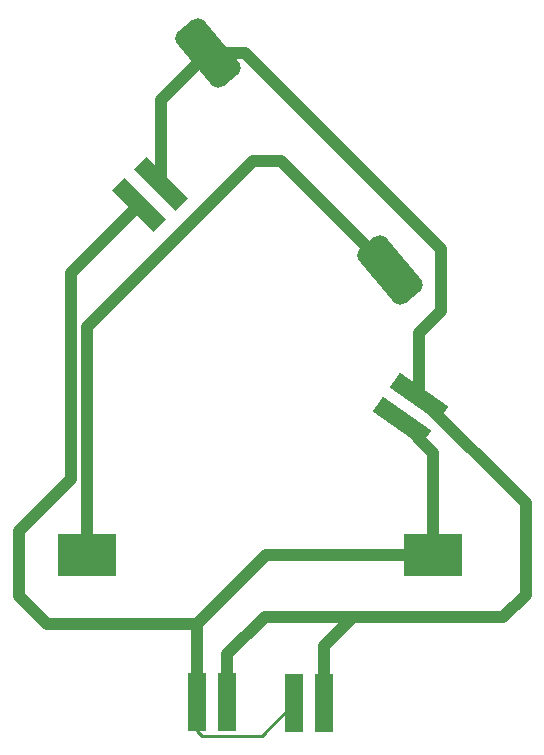
<source format=gbr>
%TF.GenerationSoftware,KiCad,Pcbnew,(6.0.6)*%
%TF.CreationDate,2022-06-26T18:56:54+02:00*%
%TF.ProjectId,rocket,726f636b-6574-42e6-9b69-6361645f7063,rev?*%
%TF.SameCoordinates,Original*%
%TF.FileFunction,Copper,L2,Bot*%
%TF.FilePolarity,Positive*%
%FSLAX46Y46*%
G04 Gerber Fmt 4.6, Leading zero omitted, Abs format (unit mm)*
G04 Created by KiCad (PCBNEW (6.0.6)) date 2022-06-26 18:56:54*
%MOMM*%
%LPD*%
G01*
G04 APERTURE LIST*
G04 Aperture macros list*
%AMRoundRect*
0 Rectangle with rounded corners*
0 $1 Rounding radius*
0 $2 $3 $4 $5 $6 $7 $8 $9 X,Y pos of 4 corners*
0 Add a 4 corners polygon primitive as box body*
4,1,4,$2,$3,$4,$5,$6,$7,$8,$9,$2,$3,0*
0 Add four circle primitives for the rounded corners*
1,1,$1+$1,$2,$3*
1,1,$1+$1,$4,$5*
1,1,$1+$1,$6,$7*
1,1,$1+$1,$8,$9*
0 Add four rect primitives between the rounded corners*
20,1,$1+$1,$2,$3,$4,$5,0*
20,1,$1+$1,$4,$5,$6,$7,0*
20,1,$1+$1,$6,$7,$8,$9,0*
20,1,$1+$1,$8,$9,$2,$3,0*%
%AMRotRect*
0 Rectangle, with rotation*
0 The origin of the aperture is its center*
0 $1 length*
0 $2 width*
0 $3 Rotation angle, in degrees counterclockwise*
0 Add horizontal line*
21,1,$1,$2,0,0,$3*%
G04 Aperture macros list end*
%TA.AperFunction,SMDPad,CuDef*%
%ADD10R,1.524000X5.000000*%
%TD*%
%TA.AperFunction,SMDPad,CuDef*%
%ADD11RotRect,1.524000X5.000000X45.000000*%
%TD*%
%TA.AperFunction,SMDPad,CuDef*%
%ADD12RotRect,1.524000X5.000000X55.000000*%
%TD*%
%TA.AperFunction,SMDPad,CuDef*%
%ADD13R,5.000000X3.600000*%
%TD*%
%TA.AperFunction,SMDPad,CuDef*%
%ADD14RoundRect,0.750000X-2.020805X1.241509X0.871739X-2.205691X2.020805X-1.241509X-0.871739X2.205691X0*%
%TD*%
%TA.AperFunction,Conductor*%
%ADD15C,1.000000*%
%TD*%
%TA.AperFunction,Conductor*%
%ADD16C,0.250000*%
%TD*%
G04 APERTURE END LIST*
D10*
%TO.P,D1,1*%
%TO.N,GND*%
X107700000Y-96500000D03*
%TO.P,D1,2*%
%TO.N,VCC*%
X110240000Y-96500000D03*
%TD*%
D11*
%TO.P,D2,1*%
%TO.N,GND*%
X102800000Y-54400000D03*
%TO.P,D2,2*%
%TO.N,VCC*%
X104596051Y-52603949D03*
%TD*%
D12*
%TO.P,D3,1*%
%TO.N,GND*%
X125029326Y-72712932D03*
%TO.P,D3,2*%
%TO.N,VCC*%
X126486211Y-70632286D03*
%TD*%
D10*
%TO.P,D4,1*%
%TO.N,GND*%
X115930000Y-96575000D03*
%TO.P,D4,2*%
%TO.N,VCC*%
X118470000Y-96575000D03*
%TD*%
D13*
%TO.P,BT1,1*%
%TO.N,+3V0*%
X98400000Y-84000000D03*
%TO.P,BT1,2*%
%TO.N,GND*%
X127700000Y-84000000D03*
%TD*%
D14*
%TO.P,SW1,1*%
%TO.N,VCC*%
X108586549Y-41507467D03*
%TO.P,SW1,2*%
%TO.N,+3V0*%
X124013452Y-59892534D03*
%TD*%
D15*
%TO.N,+3V0*%
X114820918Y-50700000D02*
X124013452Y-59892534D01*
X98400000Y-84000000D02*
X98400000Y-64700000D01*
X98400000Y-64700000D02*
X112400000Y-50700000D01*
X112400000Y-50700000D02*
X114820918Y-50700000D01*
%TO.N,GND*%
X113518956Y-84000000D02*
X107659478Y-89859478D01*
D16*
X115930000Y-96575000D02*
X113180489Y-99324511D01*
D15*
X92600000Y-82000000D02*
X92600000Y-87500000D01*
D16*
X107700000Y-98900000D02*
X107700000Y-96500000D01*
D15*
X127700000Y-75383606D02*
X125029326Y-72712932D01*
X107700000Y-89900000D02*
X107659478Y-89859478D01*
X127700000Y-84000000D02*
X127700000Y-75383606D01*
D16*
X108124511Y-99324511D02*
X107700000Y-98900000D01*
D15*
X97019465Y-60180535D02*
X97019465Y-77580535D01*
X92600000Y-87500000D02*
X94959478Y-89859478D01*
X94959478Y-89859478D02*
X107659478Y-89859478D01*
X97019465Y-77580535D02*
X92600000Y-82000000D01*
X107700000Y-96500000D02*
X107700000Y-89900000D01*
X102800000Y-54400000D02*
X97019465Y-60180535D01*
X120718956Y-84000000D02*
X127700000Y-84000000D01*
D16*
X113180489Y-99324511D02*
X108124511Y-99324511D01*
D15*
X120718956Y-84000000D02*
X113518956Y-84000000D01*
%TO.N,VCC*%
X113400000Y-89300000D02*
X120900000Y-89300000D01*
X135500000Y-79646075D02*
X126486211Y-70632286D01*
X126486211Y-65213789D02*
X128300000Y-63400000D01*
X118470000Y-96575000D02*
X118470000Y-91730000D01*
X126486211Y-70632286D02*
X126486211Y-65213789D01*
X133600000Y-89300000D02*
X135500000Y-87400000D01*
X110240000Y-92460000D02*
X113400000Y-89300000D01*
X104596051Y-52603949D02*
X104596051Y-45497965D01*
X128300000Y-58100000D02*
X111707467Y-41507467D01*
X110240000Y-96500000D02*
X110240000Y-92460000D01*
X120900000Y-89300000D02*
X133600000Y-89300000D01*
X128300000Y-63400000D02*
X128300000Y-58100000D01*
X118470000Y-91730000D02*
X120900000Y-89300000D01*
X135500000Y-87400000D02*
X135500000Y-79646075D01*
X104596051Y-45497965D02*
X108586549Y-41507467D01*
X111707467Y-41507467D02*
X108586549Y-41507467D01*
%TD*%
M02*

</source>
